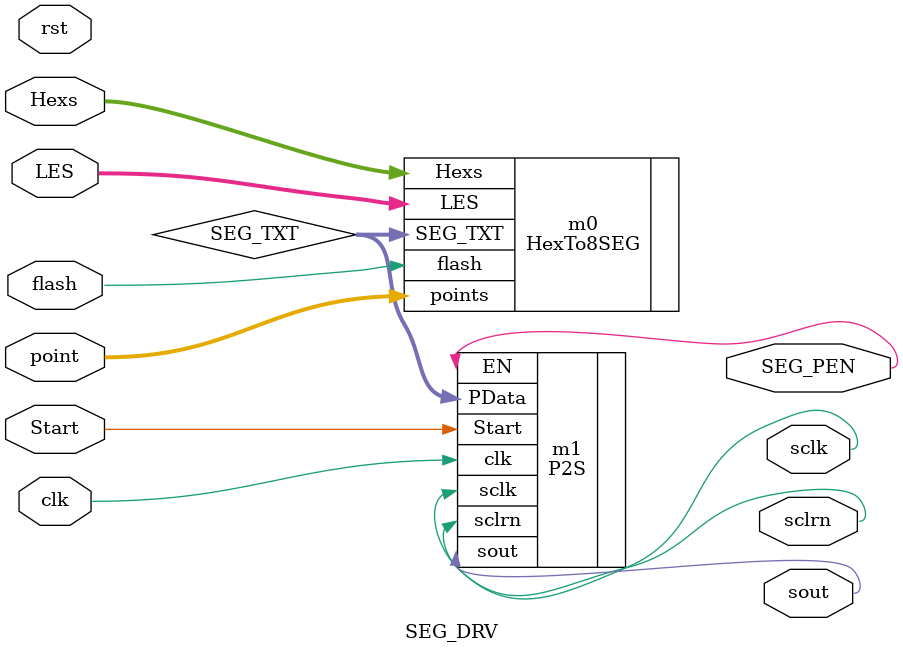
<source format=v>
`timescale 1ns / 1ps
module SEG_DRV( flash, Hexs, point, LES, clk, rst, Start,
					 sclk, sclrn, sout, SEG_PEN
    );
	 input wire flash;
	 input wire[31:0] Hexs;
	 input wire[7:0] point;
	 input wire[7:0] LES;
	 input wire clk;
	 input wire rst;
	 input wire Start;
	 
	 output wire sout;
	 output wire sclrn;
	 output wire sclk;
	 output wire SEG_PEN;
	 
	 wire[63:0] SEG_TXT;
	 
	 HexTo8SEG m0(.flash(flash), .Hexs(Hexs[31:0]), .points(point[7:0]), .LES(LES[7:0]), .SEG_TXT(SEG_TXT));

	 P2S #(.DATA_BITS(64)) m1(.Start(Start), .PData(SEG_TXT), .clk(clk), .sclk(sclk), .sclrn(sclrn), .sout(sout), .EN(SEG_PEN));
endmodule

</source>
